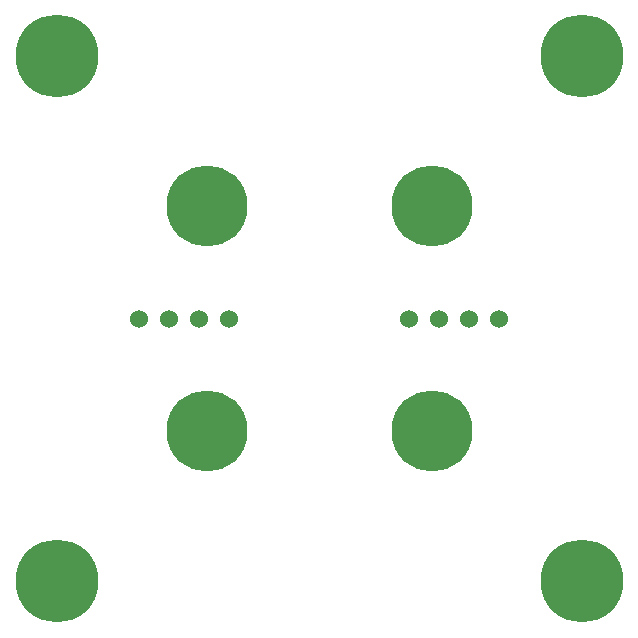
<source format=gbr>
%TF.GenerationSoftware,KiCad,Pcbnew,(5.99.0-12181-g5e8b23af64)*%
%TF.CreationDate,2021-09-04T21:12:43-05:00*%
%TF.ProjectId,banana-base-board,62616e61-6e61-42d6-9261-73652d626f61,rev?*%
%TF.SameCoordinates,Original*%
%TF.FileFunction,Soldermask,Top*%
%TF.FilePolarity,Negative*%
%FSLAX46Y46*%
G04 Gerber Fmt 4.6, Leading zero omitted, Abs format (unit mm)*
G04 Created by KiCad (PCBNEW (5.99.0-12181-g5e8b23af64)) date 2021-09-04 21:12:43*
%MOMM*%
%LPD*%
G01*
G04 APERTURE LIST*
%ADD10C,6.858000*%
%ADD11C,1.524000*%
%ADD12C,7.000000*%
G04 APERTURE END LIST*
D10*
%TO.C,H4*%
X146050000Y-88900000D03*
%TD*%
%TO.C,H3*%
X127000000Y-88900000D03*
%TD*%
D11*
%TO.C,REF\u002A\u002A*%
X144145000Y-79375000D03*
X151765000Y-79375000D03*
X146685000Y-79375000D03*
X149225000Y-79375000D03*
%TD*%
D12*
%TO.C,H8*%
X158750000Y-101600000D03*
%TD*%
D10*
%TO.C,H2*%
X146050000Y-69850000D03*
%TD*%
D12*
%TO.C,H7*%
X158750000Y-57150000D03*
%TD*%
%TO.C,H9*%
X114300000Y-57150000D03*
%TD*%
D10*
%TO.C,H1*%
X127000000Y-69850000D03*
%TD*%
D12*
%TO.C,H6*%
X114300000Y-101600000D03*
%TD*%
D11*
%TO.C,REF\u002A\u002A*%
X128905000Y-79375000D03*
X121285000Y-79375000D03*
X123825000Y-79375000D03*
X126365000Y-79375000D03*
%TD*%
M02*

</source>
